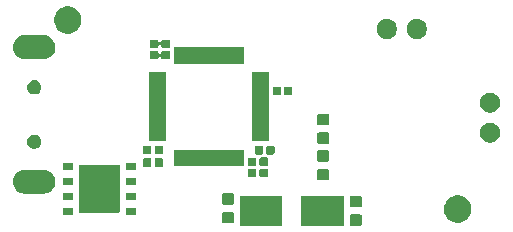
<source format=gbr>
G04 #@! TF.GenerationSoftware,KiCad,Pcbnew,5.0.2-bee76a0~70~ubuntu18.04.1*
G04 #@! TF.CreationDate,2020-06-29T01:54:23-07:00*
G04 #@! TF.ProjectId,qrng,71726e67-2e6b-4696-9361-645f70636258,1*
G04 #@! TF.SameCoordinates,Original*
G04 #@! TF.FileFunction,Soldermask,Top*
G04 #@! TF.FilePolarity,Negative*
%FSLAX46Y46*%
G04 Gerber Fmt 4.6, Leading zero omitted, Abs format (unit mm)*
G04 Created by KiCad (PCBNEW 5.0.2-bee76a0~70~ubuntu18.04.1) date Mon 29 Jun 2020 01:54:23 AM MST*
%MOMM*%
%LPD*%
G01*
G04 APERTURE LIST*
%ADD10C,0.100000*%
G04 APERTURE END LIST*
D10*
G36*
X153269591Y-108460585D02*
X153303569Y-108470893D01*
X153334887Y-108487633D01*
X153362339Y-108510161D01*
X153384867Y-108537613D01*
X153401607Y-108568931D01*
X153411915Y-108602909D01*
X153416000Y-108644390D01*
X153416000Y-109245610D01*
X153411915Y-109287091D01*
X153401607Y-109321069D01*
X153384867Y-109352387D01*
X153362339Y-109379839D01*
X153334887Y-109402367D01*
X153303569Y-109419107D01*
X153269591Y-109429415D01*
X153228110Y-109433500D01*
X152551890Y-109433500D01*
X152510409Y-109429415D01*
X152476431Y-109419107D01*
X152445113Y-109402367D01*
X152417661Y-109379839D01*
X152395133Y-109352387D01*
X152378393Y-109321069D01*
X152368085Y-109287091D01*
X152364000Y-109245610D01*
X152364000Y-108644390D01*
X152368085Y-108602909D01*
X152378393Y-108568931D01*
X152395133Y-108537613D01*
X152417661Y-108510161D01*
X152445113Y-108487633D01*
X152476431Y-108470893D01*
X152510409Y-108460585D01*
X152551890Y-108456500D01*
X153228110Y-108456500D01*
X153269591Y-108460585D01*
X153269591Y-108460585D01*
G37*
G36*
X151871000Y-109431000D02*
X148269000Y-109431000D01*
X148269000Y-106929000D01*
X151871000Y-106929000D01*
X151871000Y-109431000D01*
X151871000Y-109431000D01*
G37*
G36*
X146671000Y-109431000D02*
X143069000Y-109431000D01*
X143069000Y-106929000D01*
X146671000Y-106929000D01*
X146671000Y-109431000D01*
X146671000Y-109431000D01*
G37*
G36*
X142429591Y-108253085D02*
X142463569Y-108263393D01*
X142494887Y-108280133D01*
X142522339Y-108302661D01*
X142544867Y-108330113D01*
X142561607Y-108361431D01*
X142571915Y-108395409D01*
X142576000Y-108436890D01*
X142576000Y-109038110D01*
X142571915Y-109079591D01*
X142561607Y-109113569D01*
X142544867Y-109144887D01*
X142522339Y-109172339D01*
X142494887Y-109194867D01*
X142463569Y-109211607D01*
X142429591Y-109221915D01*
X142388110Y-109226000D01*
X141711890Y-109226000D01*
X141670409Y-109221915D01*
X141636431Y-109211607D01*
X141605113Y-109194867D01*
X141577661Y-109172339D01*
X141555133Y-109144887D01*
X141538393Y-109113569D01*
X141528085Y-109079591D01*
X141524000Y-109038110D01*
X141524000Y-108436890D01*
X141528085Y-108395409D01*
X141538393Y-108361431D01*
X141555133Y-108330113D01*
X141577661Y-108302661D01*
X141605113Y-108280133D01*
X141636431Y-108263393D01*
X141670409Y-108253085D01*
X141711890Y-108249000D01*
X142388110Y-108249000D01*
X142429591Y-108253085D01*
X142429591Y-108253085D01*
G37*
G36*
X161835734Y-106893232D02*
X162045202Y-106979996D01*
X162233723Y-107105962D01*
X162394038Y-107266277D01*
X162520004Y-107454798D01*
X162606768Y-107664266D01*
X162651000Y-107886635D01*
X162651000Y-108113365D01*
X162606768Y-108335734D01*
X162520004Y-108545202D01*
X162394038Y-108733723D01*
X162233723Y-108894038D01*
X162045202Y-109020004D01*
X161835734Y-109106768D01*
X161613365Y-109151000D01*
X161386635Y-109151000D01*
X161164266Y-109106768D01*
X160954798Y-109020004D01*
X160766277Y-108894038D01*
X160605962Y-108733723D01*
X160479996Y-108545202D01*
X160393232Y-108335734D01*
X160349000Y-108113365D01*
X160349000Y-107886635D01*
X160393232Y-107664266D01*
X160479996Y-107454798D01*
X160605962Y-107266277D01*
X160766277Y-107105962D01*
X160954798Y-106979996D01*
X161164266Y-106893232D01*
X161386635Y-106849000D01*
X161613365Y-106849000D01*
X161835734Y-106893232D01*
X161835734Y-106893232D01*
G37*
G36*
X134200048Y-107896284D02*
X134216446Y-107901258D01*
X134231552Y-107909333D01*
X134244797Y-107920203D01*
X134255667Y-107933448D01*
X134263742Y-107948554D01*
X134268716Y-107964952D01*
X134271000Y-107988141D01*
X134271000Y-108401859D01*
X134268716Y-108425048D01*
X134263742Y-108441446D01*
X134255667Y-108456552D01*
X134244797Y-108469797D01*
X134231552Y-108480667D01*
X134216446Y-108488742D01*
X134200048Y-108493716D01*
X134176859Y-108496000D01*
X133488141Y-108496000D01*
X133464952Y-108493716D01*
X133448554Y-108488742D01*
X133433448Y-108480667D01*
X133420203Y-108469797D01*
X133409333Y-108456552D01*
X133401258Y-108441446D01*
X133396284Y-108425048D01*
X133394000Y-108401859D01*
X133394000Y-107988141D01*
X133396284Y-107964952D01*
X133401258Y-107948554D01*
X133409333Y-107933448D01*
X133420203Y-107920203D01*
X133433448Y-107909333D01*
X133448554Y-107901258D01*
X133464952Y-107896284D01*
X133488141Y-107894000D01*
X134176859Y-107894000D01*
X134200048Y-107896284D01*
X134200048Y-107896284D01*
G37*
G36*
X128875048Y-107896284D02*
X128891446Y-107901258D01*
X128906552Y-107909333D01*
X128919797Y-107920203D01*
X128930667Y-107933448D01*
X128938742Y-107948554D01*
X128943716Y-107964952D01*
X128946000Y-107988141D01*
X128946000Y-108401859D01*
X128943716Y-108425048D01*
X128938742Y-108441446D01*
X128930667Y-108456552D01*
X128919797Y-108469797D01*
X128906552Y-108480667D01*
X128891446Y-108488742D01*
X128875048Y-108493716D01*
X128851859Y-108496000D01*
X128163141Y-108496000D01*
X128139952Y-108493716D01*
X128123554Y-108488742D01*
X128108448Y-108480667D01*
X128095203Y-108469797D01*
X128084333Y-108456552D01*
X128076258Y-108441446D01*
X128071284Y-108425048D01*
X128069000Y-108401859D01*
X128069000Y-107988141D01*
X128071284Y-107964952D01*
X128076258Y-107948554D01*
X128084333Y-107933448D01*
X128095203Y-107920203D01*
X128108448Y-107909333D01*
X128123554Y-107901258D01*
X128139952Y-107896284D01*
X128163141Y-107894000D01*
X128851859Y-107894000D01*
X128875048Y-107896284D01*
X128875048Y-107896284D01*
G37*
G36*
X132799436Y-104242492D02*
X132827629Y-104251044D01*
X132853607Y-104264930D01*
X132876381Y-104283619D01*
X132895070Y-104306393D01*
X132908956Y-104332371D01*
X132917508Y-104360564D01*
X132921000Y-104396020D01*
X132921000Y-108183980D01*
X132917508Y-108219436D01*
X132908956Y-108247629D01*
X132895070Y-108273607D01*
X132876381Y-108296381D01*
X132853607Y-108315070D01*
X132827629Y-108328956D01*
X132799436Y-108337508D01*
X132763980Y-108341000D01*
X129576020Y-108341000D01*
X129540564Y-108337508D01*
X129512371Y-108328956D01*
X129486393Y-108315070D01*
X129463619Y-108296381D01*
X129444930Y-108273607D01*
X129431044Y-108247629D01*
X129422492Y-108219436D01*
X129419000Y-108183980D01*
X129419000Y-104396020D01*
X129422492Y-104360564D01*
X129431044Y-104332371D01*
X129444930Y-104306393D01*
X129463619Y-104283619D01*
X129486393Y-104264930D01*
X129512371Y-104251044D01*
X129540564Y-104242492D01*
X129576020Y-104239000D01*
X132763980Y-104239000D01*
X132799436Y-104242492D01*
X132799436Y-104242492D01*
G37*
G36*
X153269591Y-106885585D02*
X153303569Y-106895893D01*
X153334887Y-106912633D01*
X153362339Y-106935161D01*
X153384867Y-106962613D01*
X153401607Y-106993931D01*
X153411915Y-107027909D01*
X153416000Y-107069390D01*
X153416000Y-107670610D01*
X153411915Y-107712091D01*
X153401607Y-107746069D01*
X153384867Y-107777387D01*
X153362339Y-107804839D01*
X153334887Y-107827367D01*
X153303569Y-107844107D01*
X153269591Y-107854415D01*
X153228110Y-107858500D01*
X152551890Y-107858500D01*
X152510409Y-107854415D01*
X152476431Y-107844107D01*
X152445113Y-107827367D01*
X152417661Y-107804839D01*
X152395133Y-107777387D01*
X152378393Y-107746069D01*
X152368085Y-107712091D01*
X152364000Y-107670610D01*
X152364000Y-107069390D01*
X152368085Y-107027909D01*
X152378393Y-106993931D01*
X152395133Y-106962613D01*
X152417661Y-106935161D01*
X152445113Y-106912633D01*
X152476431Y-106895893D01*
X152510409Y-106885585D01*
X152551890Y-106881500D01*
X153228110Y-106881500D01*
X153269591Y-106885585D01*
X153269591Y-106885585D01*
G37*
G36*
X142429591Y-106678085D02*
X142463569Y-106688393D01*
X142494887Y-106705133D01*
X142522339Y-106727661D01*
X142544867Y-106755113D01*
X142561607Y-106786431D01*
X142571915Y-106820409D01*
X142576000Y-106861890D01*
X142576000Y-107463110D01*
X142571915Y-107504591D01*
X142561607Y-107538569D01*
X142544867Y-107569887D01*
X142522339Y-107597339D01*
X142494887Y-107619867D01*
X142463569Y-107636607D01*
X142429591Y-107646915D01*
X142388110Y-107651000D01*
X141711890Y-107651000D01*
X141670409Y-107646915D01*
X141636431Y-107636607D01*
X141605113Y-107619867D01*
X141577661Y-107597339D01*
X141555133Y-107569887D01*
X141538393Y-107538569D01*
X141528085Y-107504591D01*
X141524000Y-107463110D01*
X141524000Y-106861890D01*
X141528085Y-106820409D01*
X141538393Y-106786431D01*
X141555133Y-106755113D01*
X141577661Y-106727661D01*
X141605113Y-106705133D01*
X141636431Y-106688393D01*
X141670409Y-106678085D01*
X141711890Y-106674000D01*
X142388110Y-106674000D01*
X142429591Y-106678085D01*
X142429591Y-106678085D01*
G37*
G36*
X134200048Y-106626284D02*
X134216446Y-106631258D01*
X134231552Y-106639333D01*
X134244797Y-106650203D01*
X134255667Y-106663448D01*
X134263742Y-106678554D01*
X134268716Y-106694952D01*
X134271000Y-106718141D01*
X134271000Y-107131859D01*
X134268716Y-107155048D01*
X134263742Y-107171446D01*
X134255667Y-107186552D01*
X134244797Y-107199797D01*
X134231552Y-107210667D01*
X134216446Y-107218742D01*
X134200048Y-107223716D01*
X134176859Y-107226000D01*
X133488141Y-107226000D01*
X133464952Y-107223716D01*
X133448554Y-107218742D01*
X133433448Y-107210667D01*
X133420203Y-107199797D01*
X133409333Y-107186552D01*
X133401258Y-107171446D01*
X133396284Y-107155048D01*
X133394000Y-107131859D01*
X133394000Y-106718141D01*
X133396284Y-106694952D01*
X133401258Y-106678554D01*
X133409333Y-106663448D01*
X133420203Y-106650203D01*
X133433448Y-106639333D01*
X133448554Y-106631258D01*
X133464952Y-106626284D01*
X133488141Y-106624000D01*
X134176859Y-106624000D01*
X134200048Y-106626284D01*
X134200048Y-106626284D01*
G37*
G36*
X128875048Y-106626284D02*
X128891446Y-106631258D01*
X128906552Y-106639333D01*
X128919797Y-106650203D01*
X128930667Y-106663448D01*
X128938742Y-106678554D01*
X128943716Y-106694952D01*
X128946000Y-106718141D01*
X128946000Y-107131859D01*
X128943716Y-107155048D01*
X128938742Y-107171446D01*
X128930667Y-107186552D01*
X128919797Y-107199797D01*
X128906552Y-107210667D01*
X128891446Y-107218742D01*
X128875048Y-107223716D01*
X128851859Y-107226000D01*
X128163141Y-107226000D01*
X128139952Y-107223716D01*
X128123554Y-107218742D01*
X128108448Y-107210667D01*
X128095203Y-107199797D01*
X128084333Y-107186552D01*
X128076258Y-107171446D01*
X128071284Y-107155048D01*
X128069000Y-107131859D01*
X128069000Y-106718141D01*
X128071284Y-106694952D01*
X128076258Y-106678554D01*
X128084333Y-106663448D01*
X128095203Y-106650203D01*
X128108448Y-106639333D01*
X128123554Y-106631258D01*
X128139952Y-106626284D01*
X128163141Y-106624000D01*
X128851859Y-106624000D01*
X128875048Y-106626284D01*
X128875048Y-106626284D01*
G37*
G36*
X126646232Y-104713483D02*
X126834919Y-104770721D01*
X127008817Y-104863671D01*
X127161239Y-104988761D01*
X127286329Y-105141183D01*
X127379279Y-105315081D01*
X127436517Y-105503768D01*
X127455843Y-105700000D01*
X127436517Y-105896232D01*
X127379279Y-106084919D01*
X127286329Y-106258817D01*
X127161239Y-106411239D01*
X127008817Y-106536329D01*
X126834919Y-106629279D01*
X126646232Y-106686517D01*
X126499176Y-106701000D01*
X124800824Y-106701000D01*
X124653768Y-106686517D01*
X124465081Y-106629279D01*
X124291183Y-106536329D01*
X124138761Y-106411239D01*
X124013671Y-106258817D01*
X123920721Y-106084919D01*
X123863483Y-105896232D01*
X123844157Y-105700000D01*
X123863483Y-105503768D01*
X123920721Y-105315081D01*
X124013671Y-105141183D01*
X124138761Y-104988761D01*
X124291183Y-104863671D01*
X124465081Y-104770721D01*
X124653768Y-104713483D01*
X124800824Y-104699000D01*
X126499176Y-104699000D01*
X126646232Y-104713483D01*
X126646232Y-104713483D01*
G37*
G36*
X128875048Y-105356284D02*
X128891446Y-105361258D01*
X128906552Y-105369333D01*
X128919797Y-105380203D01*
X128930667Y-105393448D01*
X128938742Y-105408554D01*
X128943716Y-105424952D01*
X128946000Y-105448141D01*
X128946000Y-105861859D01*
X128943716Y-105885048D01*
X128938742Y-105901446D01*
X128930667Y-105916552D01*
X128919797Y-105929797D01*
X128906552Y-105940667D01*
X128891446Y-105948742D01*
X128875048Y-105953716D01*
X128851859Y-105956000D01*
X128163141Y-105956000D01*
X128139952Y-105953716D01*
X128123554Y-105948742D01*
X128108448Y-105940667D01*
X128095203Y-105929797D01*
X128084333Y-105916552D01*
X128076258Y-105901446D01*
X128071284Y-105885048D01*
X128069000Y-105861859D01*
X128069000Y-105448141D01*
X128071284Y-105424952D01*
X128076258Y-105408554D01*
X128084333Y-105393448D01*
X128095203Y-105380203D01*
X128108448Y-105369333D01*
X128123554Y-105361258D01*
X128139952Y-105356284D01*
X128163141Y-105354000D01*
X128851859Y-105354000D01*
X128875048Y-105356284D01*
X128875048Y-105356284D01*
G37*
G36*
X134200048Y-105356284D02*
X134216446Y-105361258D01*
X134231552Y-105369333D01*
X134244797Y-105380203D01*
X134255667Y-105393448D01*
X134263742Y-105408554D01*
X134268716Y-105424952D01*
X134271000Y-105448141D01*
X134271000Y-105861859D01*
X134268716Y-105885048D01*
X134263742Y-105901446D01*
X134255667Y-105916552D01*
X134244797Y-105929797D01*
X134231552Y-105940667D01*
X134216446Y-105948742D01*
X134200048Y-105953716D01*
X134176859Y-105956000D01*
X133488141Y-105956000D01*
X133464952Y-105953716D01*
X133448554Y-105948742D01*
X133433448Y-105940667D01*
X133420203Y-105929797D01*
X133409333Y-105916552D01*
X133401258Y-105901446D01*
X133396284Y-105885048D01*
X133394000Y-105861859D01*
X133394000Y-105448141D01*
X133396284Y-105424952D01*
X133401258Y-105408554D01*
X133409333Y-105393448D01*
X133420203Y-105380203D01*
X133433448Y-105369333D01*
X133448554Y-105361258D01*
X133464952Y-105356284D01*
X133488141Y-105354000D01*
X134176859Y-105354000D01*
X134200048Y-105356284D01*
X134200048Y-105356284D01*
G37*
G36*
X150499591Y-104613085D02*
X150533569Y-104623393D01*
X150564887Y-104640133D01*
X150592339Y-104662661D01*
X150614867Y-104690113D01*
X150631607Y-104721431D01*
X150641915Y-104755409D01*
X150646000Y-104796890D01*
X150646000Y-105398110D01*
X150641915Y-105439591D01*
X150631607Y-105473569D01*
X150614867Y-105504887D01*
X150592339Y-105532339D01*
X150564887Y-105554867D01*
X150533569Y-105571607D01*
X150499591Y-105581915D01*
X150458110Y-105586000D01*
X149781890Y-105586000D01*
X149740409Y-105581915D01*
X149706431Y-105571607D01*
X149675113Y-105554867D01*
X149647661Y-105532339D01*
X149625133Y-105504887D01*
X149608393Y-105473569D01*
X149598085Y-105439591D01*
X149594000Y-105398110D01*
X149594000Y-104796890D01*
X149598085Y-104755409D01*
X149608393Y-104721431D01*
X149625133Y-104690113D01*
X149647661Y-104662661D01*
X149675113Y-104640133D01*
X149706431Y-104623393D01*
X149740409Y-104613085D01*
X149781890Y-104609000D01*
X150458110Y-104609000D01*
X150499591Y-104613085D01*
X150499591Y-104613085D01*
G37*
G36*
X144381938Y-104616716D02*
X144402556Y-104622970D01*
X144421556Y-104633126D01*
X144438208Y-104646792D01*
X144451874Y-104663444D01*
X144462030Y-104682444D01*
X144468284Y-104703062D01*
X144471000Y-104730640D01*
X144471000Y-105189360D01*
X144468284Y-105216938D01*
X144462030Y-105237556D01*
X144451874Y-105256556D01*
X144438208Y-105273208D01*
X144421556Y-105286874D01*
X144402556Y-105297030D01*
X144381938Y-105303284D01*
X144354360Y-105306000D01*
X143845640Y-105306000D01*
X143818062Y-105303284D01*
X143797444Y-105297030D01*
X143778444Y-105286874D01*
X143761792Y-105273208D01*
X143748126Y-105256556D01*
X143737970Y-105237556D01*
X143731716Y-105216938D01*
X143729000Y-105189360D01*
X143729000Y-104730640D01*
X143731716Y-104703062D01*
X143737970Y-104682444D01*
X143748126Y-104663444D01*
X143761792Y-104646792D01*
X143778444Y-104633126D01*
X143797444Y-104622970D01*
X143818062Y-104616716D01*
X143845640Y-104614000D01*
X144354360Y-104614000D01*
X144381938Y-104616716D01*
X144381938Y-104616716D01*
G37*
G36*
X145381938Y-104611716D02*
X145402556Y-104617970D01*
X145421556Y-104628126D01*
X145438208Y-104641792D01*
X145451874Y-104658444D01*
X145462030Y-104677444D01*
X145468284Y-104698062D01*
X145471000Y-104725640D01*
X145471000Y-105184360D01*
X145468284Y-105211938D01*
X145462030Y-105232556D01*
X145451874Y-105251556D01*
X145438208Y-105268208D01*
X145421556Y-105281874D01*
X145402556Y-105292030D01*
X145381938Y-105298284D01*
X145354360Y-105301000D01*
X144845640Y-105301000D01*
X144818062Y-105298284D01*
X144797444Y-105292030D01*
X144778444Y-105281874D01*
X144761792Y-105268208D01*
X144748126Y-105251556D01*
X144737970Y-105232556D01*
X144731716Y-105211938D01*
X144729000Y-105184360D01*
X144729000Y-104725640D01*
X144731716Y-104698062D01*
X144737970Y-104677444D01*
X144748126Y-104658444D01*
X144761792Y-104641792D01*
X144778444Y-104628126D01*
X144797444Y-104617970D01*
X144818062Y-104611716D01*
X144845640Y-104609000D01*
X145354360Y-104609000D01*
X145381938Y-104611716D01*
X145381938Y-104611716D01*
G37*
G36*
X134200048Y-104086284D02*
X134216446Y-104091258D01*
X134231552Y-104099333D01*
X134244797Y-104110203D01*
X134255667Y-104123448D01*
X134263742Y-104138554D01*
X134268716Y-104154952D01*
X134271000Y-104178141D01*
X134271000Y-104591859D01*
X134268716Y-104615048D01*
X134263742Y-104631446D01*
X134255667Y-104646552D01*
X134244797Y-104659797D01*
X134231552Y-104670667D01*
X134216446Y-104678742D01*
X134200048Y-104683716D01*
X134176859Y-104686000D01*
X133488141Y-104686000D01*
X133464952Y-104683716D01*
X133448554Y-104678742D01*
X133433448Y-104670667D01*
X133420203Y-104659797D01*
X133409333Y-104646552D01*
X133401258Y-104631446D01*
X133396284Y-104615048D01*
X133394000Y-104591859D01*
X133394000Y-104178141D01*
X133396284Y-104154952D01*
X133401258Y-104138554D01*
X133409333Y-104123448D01*
X133420203Y-104110203D01*
X133433448Y-104099333D01*
X133448554Y-104091258D01*
X133464952Y-104086284D01*
X133488141Y-104084000D01*
X134176859Y-104084000D01*
X134200048Y-104086284D01*
X134200048Y-104086284D01*
G37*
G36*
X128875048Y-104086284D02*
X128891446Y-104091258D01*
X128906552Y-104099333D01*
X128919797Y-104110203D01*
X128930667Y-104123448D01*
X128938742Y-104138554D01*
X128943716Y-104154952D01*
X128946000Y-104178141D01*
X128946000Y-104591859D01*
X128943716Y-104615048D01*
X128938742Y-104631446D01*
X128930667Y-104646552D01*
X128919797Y-104659797D01*
X128906552Y-104670667D01*
X128891446Y-104678742D01*
X128875048Y-104683716D01*
X128851859Y-104686000D01*
X128163141Y-104686000D01*
X128139952Y-104683716D01*
X128123554Y-104678742D01*
X128108448Y-104670667D01*
X128095203Y-104659797D01*
X128084333Y-104646552D01*
X128076258Y-104631446D01*
X128071284Y-104615048D01*
X128069000Y-104591859D01*
X128069000Y-104178141D01*
X128071284Y-104154952D01*
X128076258Y-104138554D01*
X128084333Y-104123448D01*
X128095203Y-104110203D01*
X128108448Y-104099333D01*
X128123554Y-104091258D01*
X128139952Y-104086284D01*
X128163141Y-104084000D01*
X128851859Y-104084000D01*
X128875048Y-104086284D01*
X128875048Y-104086284D01*
G37*
G36*
X136461938Y-103701716D02*
X136482556Y-103707970D01*
X136501556Y-103718126D01*
X136518208Y-103731792D01*
X136531874Y-103748444D01*
X136542030Y-103767444D01*
X136548284Y-103788062D01*
X136551000Y-103815640D01*
X136551000Y-104324360D01*
X136548284Y-104351938D01*
X136542030Y-104372556D01*
X136531874Y-104391556D01*
X136518208Y-104408208D01*
X136501556Y-104421874D01*
X136482556Y-104432030D01*
X136461938Y-104438284D01*
X136434360Y-104441000D01*
X135975640Y-104441000D01*
X135948062Y-104438284D01*
X135927444Y-104432030D01*
X135908444Y-104421874D01*
X135891792Y-104408208D01*
X135878126Y-104391556D01*
X135867970Y-104372556D01*
X135861716Y-104351938D01*
X135859000Y-104324360D01*
X135859000Y-103815640D01*
X135861716Y-103788062D01*
X135867970Y-103767444D01*
X135878126Y-103748444D01*
X135891792Y-103731792D01*
X135908444Y-103718126D01*
X135927444Y-103707970D01*
X135948062Y-103701716D01*
X135975640Y-103699000D01*
X136434360Y-103699000D01*
X136461938Y-103701716D01*
X136461938Y-103701716D01*
G37*
G36*
X135491938Y-103701716D02*
X135512556Y-103707970D01*
X135531556Y-103718126D01*
X135548208Y-103731792D01*
X135561874Y-103748444D01*
X135572030Y-103767444D01*
X135578284Y-103788062D01*
X135581000Y-103815640D01*
X135581000Y-104324360D01*
X135578284Y-104351938D01*
X135572030Y-104372556D01*
X135561874Y-104391556D01*
X135548208Y-104408208D01*
X135531556Y-104421874D01*
X135512556Y-104432030D01*
X135491938Y-104438284D01*
X135464360Y-104441000D01*
X135005640Y-104441000D01*
X134978062Y-104438284D01*
X134957444Y-104432030D01*
X134938444Y-104421874D01*
X134921792Y-104408208D01*
X134908126Y-104391556D01*
X134897970Y-104372556D01*
X134891716Y-104351938D01*
X134889000Y-104324360D01*
X134889000Y-103815640D01*
X134891716Y-103788062D01*
X134897970Y-103767444D01*
X134908126Y-103748444D01*
X134921792Y-103731792D01*
X134938444Y-103718126D01*
X134957444Y-103707970D01*
X134978062Y-103701716D01*
X135005640Y-103699000D01*
X135464360Y-103699000D01*
X135491938Y-103701716D01*
X135491938Y-103701716D01*
G37*
G36*
X143376000Y-104401000D02*
X137524000Y-104401000D01*
X137524000Y-102999000D01*
X143376000Y-102999000D01*
X143376000Y-104401000D01*
X143376000Y-104401000D01*
G37*
G36*
X144381938Y-103646716D02*
X144402556Y-103652970D01*
X144421556Y-103663126D01*
X144438208Y-103676792D01*
X144451874Y-103693444D01*
X144462030Y-103712444D01*
X144468284Y-103733062D01*
X144471000Y-103760640D01*
X144471000Y-104219360D01*
X144468284Y-104246938D01*
X144462030Y-104267556D01*
X144451874Y-104286556D01*
X144438208Y-104303208D01*
X144421556Y-104316874D01*
X144402556Y-104327030D01*
X144381938Y-104333284D01*
X144354360Y-104336000D01*
X143845640Y-104336000D01*
X143818062Y-104333284D01*
X143797444Y-104327030D01*
X143778444Y-104316874D01*
X143761792Y-104303208D01*
X143748126Y-104286556D01*
X143737970Y-104267556D01*
X143731716Y-104246938D01*
X143729000Y-104219360D01*
X143729000Y-103760640D01*
X143731716Y-103733062D01*
X143737970Y-103712444D01*
X143748126Y-103693444D01*
X143761792Y-103676792D01*
X143778444Y-103663126D01*
X143797444Y-103652970D01*
X143818062Y-103646716D01*
X143845640Y-103644000D01*
X144354360Y-103644000D01*
X144381938Y-103646716D01*
X144381938Y-103646716D01*
G37*
G36*
X144881882Y-103624240D02*
X144904521Y-103633618D01*
X144928555Y-103638398D01*
X144940807Y-103639000D01*
X145354360Y-103639000D01*
X145381938Y-103641716D01*
X145402556Y-103647970D01*
X145421556Y-103658126D01*
X145438208Y-103671792D01*
X145451874Y-103688444D01*
X145462030Y-103707444D01*
X145468284Y-103728062D01*
X145471000Y-103755640D01*
X145471000Y-104214360D01*
X145468284Y-104241938D01*
X145462030Y-104262556D01*
X145451874Y-104281556D01*
X145438208Y-104298208D01*
X145421556Y-104311874D01*
X145402556Y-104322030D01*
X145381938Y-104328284D01*
X145354360Y-104331000D01*
X144845640Y-104331000D01*
X144818062Y-104328284D01*
X144797444Y-104322030D01*
X144778444Y-104311874D01*
X144761792Y-104298208D01*
X144748126Y-104281556D01*
X144737970Y-104262556D01*
X144731716Y-104241938D01*
X144729000Y-104214360D01*
X144729000Y-103755640D01*
X144731716Y-103728062D01*
X144737970Y-103707444D01*
X144748126Y-103688444D01*
X144761792Y-103671792D01*
X144778444Y-103658126D01*
X144797444Y-103647970D01*
X144818062Y-103641716D01*
X144831445Y-103640398D01*
X144855478Y-103635618D01*
X144878117Y-103626240D01*
X144881496Y-103623982D01*
X144881882Y-103624240D01*
X144881882Y-103624240D01*
G37*
G36*
X150499591Y-103038085D02*
X150533569Y-103048393D01*
X150564887Y-103065133D01*
X150592339Y-103087661D01*
X150614867Y-103115113D01*
X150631607Y-103146431D01*
X150641915Y-103180409D01*
X150646000Y-103221890D01*
X150646000Y-103823110D01*
X150641915Y-103864591D01*
X150631607Y-103898569D01*
X150614867Y-103929887D01*
X150592339Y-103957339D01*
X150564887Y-103979867D01*
X150533569Y-103996607D01*
X150499591Y-104006915D01*
X150458110Y-104011000D01*
X149781890Y-104011000D01*
X149740409Y-104006915D01*
X149706431Y-103996607D01*
X149675113Y-103979867D01*
X149647661Y-103957339D01*
X149625133Y-103929887D01*
X149608393Y-103898569D01*
X149598085Y-103864591D01*
X149594000Y-103823110D01*
X149594000Y-103221890D01*
X149598085Y-103180409D01*
X149608393Y-103146431D01*
X149625133Y-103115113D01*
X149647661Y-103087661D01*
X149675113Y-103065133D01*
X149706431Y-103048393D01*
X149740409Y-103038085D01*
X149781890Y-103034000D01*
X150458110Y-103034000D01*
X150499591Y-103038085D01*
X150499591Y-103038085D01*
G37*
G36*
X144941938Y-102651716D02*
X144962556Y-102657970D01*
X144981556Y-102668126D01*
X144998208Y-102681792D01*
X145011874Y-102698444D01*
X145022030Y-102717444D01*
X145028284Y-102738062D01*
X145031000Y-102765640D01*
X145031000Y-103274360D01*
X145028284Y-103301938D01*
X145022030Y-103322556D01*
X145011874Y-103341556D01*
X144998208Y-103358208D01*
X144981556Y-103371874D01*
X144962556Y-103382030D01*
X144941938Y-103388284D01*
X144928555Y-103389602D01*
X144904522Y-103394382D01*
X144881883Y-103403760D01*
X144878504Y-103406018D01*
X144878118Y-103405760D01*
X144855479Y-103396382D01*
X144831445Y-103391602D01*
X144819193Y-103391000D01*
X144455640Y-103391000D01*
X144428062Y-103388284D01*
X144407444Y-103382030D01*
X144388444Y-103371874D01*
X144371792Y-103358208D01*
X144358126Y-103341556D01*
X144347970Y-103322556D01*
X144341716Y-103301938D01*
X144339000Y-103274360D01*
X144339000Y-102765640D01*
X144341716Y-102738062D01*
X144347970Y-102717444D01*
X144358126Y-102698444D01*
X144371792Y-102681792D01*
X144388444Y-102668126D01*
X144407444Y-102657970D01*
X144428062Y-102651716D01*
X144455640Y-102649000D01*
X144914360Y-102649000D01*
X144941938Y-102651716D01*
X144941938Y-102651716D01*
G37*
G36*
X145911938Y-102651716D02*
X145932556Y-102657970D01*
X145951556Y-102668126D01*
X145968208Y-102681792D01*
X145981874Y-102698444D01*
X145992030Y-102717444D01*
X145998284Y-102738062D01*
X146001000Y-102765640D01*
X146001000Y-103274360D01*
X145998284Y-103301938D01*
X145992030Y-103322556D01*
X145981874Y-103341556D01*
X145968208Y-103358208D01*
X145951556Y-103371874D01*
X145932556Y-103382030D01*
X145911938Y-103388284D01*
X145884360Y-103391000D01*
X145425640Y-103391000D01*
X145398062Y-103388284D01*
X145377444Y-103382030D01*
X145358444Y-103371874D01*
X145341792Y-103358208D01*
X145328126Y-103341556D01*
X145317970Y-103322556D01*
X145311716Y-103301938D01*
X145309000Y-103274360D01*
X145309000Y-102765640D01*
X145311716Y-102738062D01*
X145317970Y-102717444D01*
X145328126Y-102698444D01*
X145341792Y-102681792D01*
X145358444Y-102668126D01*
X145377444Y-102657970D01*
X145398062Y-102651716D01*
X145425640Y-102649000D01*
X145884360Y-102649000D01*
X145911938Y-102651716D01*
X145911938Y-102651716D01*
G37*
G36*
X135491938Y-102641716D02*
X135512556Y-102647970D01*
X135531556Y-102658126D01*
X135548208Y-102671792D01*
X135561874Y-102688444D01*
X135572030Y-102707444D01*
X135578284Y-102728062D01*
X135581000Y-102755640D01*
X135581000Y-103264360D01*
X135578284Y-103291938D01*
X135572030Y-103312556D01*
X135561874Y-103331556D01*
X135548208Y-103348208D01*
X135531556Y-103361874D01*
X135512556Y-103372030D01*
X135491938Y-103378284D01*
X135464360Y-103381000D01*
X135005640Y-103381000D01*
X134978062Y-103378284D01*
X134957444Y-103372030D01*
X134938444Y-103361874D01*
X134921792Y-103348208D01*
X134908126Y-103331556D01*
X134897970Y-103312556D01*
X134891716Y-103291938D01*
X134889000Y-103264360D01*
X134889000Y-102755640D01*
X134891716Y-102728062D01*
X134897970Y-102707444D01*
X134908126Y-102688444D01*
X134921792Y-102671792D01*
X134938444Y-102658126D01*
X134957444Y-102647970D01*
X134978062Y-102641716D01*
X135005640Y-102639000D01*
X135464360Y-102639000D01*
X135491938Y-102641716D01*
X135491938Y-102641716D01*
G37*
G36*
X136461938Y-102641716D02*
X136482556Y-102647970D01*
X136501556Y-102658126D01*
X136518208Y-102671792D01*
X136531874Y-102688444D01*
X136542030Y-102707444D01*
X136548284Y-102728062D01*
X136551000Y-102755640D01*
X136551000Y-103264360D01*
X136548284Y-103291938D01*
X136542030Y-103312556D01*
X136531874Y-103331556D01*
X136518208Y-103348208D01*
X136501556Y-103361874D01*
X136482556Y-103372030D01*
X136461938Y-103378284D01*
X136434360Y-103381000D01*
X135975640Y-103381000D01*
X135948062Y-103378284D01*
X135927444Y-103372030D01*
X135908444Y-103361874D01*
X135891792Y-103348208D01*
X135878126Y-103331556D01*
X135867970Y-103312556D01*
X135861716Y-103291938D01*
X135859000Y-103264360D01*
X135859000Y-102755640D01*
X135861716Y-102728062D01*
X135867970Y-102707444D01*
X135878126Y-102688444D01*
X135891792Y-102671792D01*
X135908444Y-102658126D01*
X135927444Y-102647970D01*
X135948062Y-102641716D01*
X135975640Y-102639000D01*
X136434360Y-102639000D01*
X136461938Y-102641716D01*
X136461938Y-102641716D01*
G37*
G36*
X125825305Y-101722096D02*
X125934680Y-101767400D01*
X126033118Y-101833175D01*
X126116825Y-101916882D01*
X126182600Y-102015320D01*
X126227904Y-102124695D01*
X126251000Y-102240806D01*
X126251000Y-102359194D01*
X126227904Y-102475305D01*
X126182600Y-102584680D01*
X126116825Y-102683118D01*
X126033118Y-102766825D01*
X125934680Y-102832600D01*
X125825305Y-102877904D01*
X125709194Y-102901000D01*
X125590806Y-102901000D01*
X125474695Y-102877904D01*
X125365320Y-102832600D01*
X125266882Y-102766825D01*
X125183175Y-102683118D01*
X125117400Y-102584680D01*
X125072096Y-102475305D01*
X125049000Y-102359194D01*
X125049000Y-102240806D01*
X125072096Y-102124695D01*
X125117400Y-102015320D01*
X125183175Y-101916882D01*
X125266882Y-101833175D01*
X125365320Y-101767400D01*
X125474695Y-101722096D01*
X125590806Y-101699000D01*
X125709194Y-101699000D01*
X125825305Y-101722096D01*
X125825305Y-101722096D01*
G37*
G36*
X150499591Y-101523085D02*
X150533569Y-101533393D01*
X150564887Y-101550133D01*
X150592339Y-101572661D01*
X150614867Y-101600113D01*
X150631607Y-101631431D01*
X150641915Y-101665409D01*
X150646000Y-101706890D01*
X150646000Y-102308110D01*
X150641915Y-102349591D01*
X150631607Y-102383569D01*
X150614867Y-102414887D01*
X150592339Y-102442339D01*
X150564887Y-102464867D01*
X150533569Y-102481607D01*
X150499591Y-102491915D01*
X150458110Y-102496000D01*
X149781890Y-102496000D01*
X149740409Y-102491915D01*
X149706431Y-102481607D01*
X149675113Y-102464867D01*
X149647661Y-102442339D01*
X149625133Y-102414887D01*
X149608393Y-102383569D01*
X149598085Y-102349591D01*
X149594000Y-102308110D01*
X149594000Y-101706890D01*
X149598085Y-101665409D01*
X149608393Y-101631431D01*
X149625133Y-101600113D01*
X149647661Y-101572661D01*
X149675113Y-101550133D01*
X149706431Y-101533393D01*
X149740409Y-101523085D01*
X149781890Y-101519000D01*
X150458110Y-101519000D01*
X150499591Y-101523085D01*
X150499591Y-101523085D01*
G37*
G36*
X164498228Y-100721703D02*
X164653100Y-100785853D01*
X164792481Y-100878985D01*
X164911015Y-100997519D01*
X165004147Y-101136900D01*
X165068297Y-101291772D01*
X165101000Y-101456184D01*
X165101000Y-101623816D01*
X165068297Y-101788228D01*
X165004147Y-101943100D01*
X164911015Y-102082481D01*
X164792481Y-102201015D01*
X164653100Y-102294147D01*
X164498228Y-102358297D01*
X164333816Y-102391000D01*
X164166184Y-102391000D01*
X164001772Y-102358297D01*
X163846900Y-102294147D01*
X163707519Y-102201015D01*
X163588985Y-102082481D01*
X163495853Y-101943100D01*
X163431703Y-101788228D01*
X163399000Y-101623816D01*
X163399000Y-101456184D01*
X163431703Y-101291772D01*
X163495853Y-101136900D01*
X163588985Y-100997519D01*
X163707519Y-100878985D01*
X163846900Y-100785853D01*
X164001772Y-100721703D01*
X164166184Y-100689000D01*
X164333816Y-100689000D01*
X164498228Y-100721703D01*
X164498228Y-100721703D01*
G37*
G36*
X136801000Y-102276000D02*
X135399000Y-102276000D01*
X135399000Y-96424000D01*
X136801000Y-96424000D01*
X136801000Y-102276000D01*
X136801000Y-102276000D01*
G37*
G36*
X145501000Y-102276000D02*
X144099000Y-102276000D01*
X144099000Y-96424000D01*
X145501000Y-96424000D01*
X145501000Y-102276000D01*
X145501000Y-102276000D01*
G37*
G36*
X150499591Y-99948085D02*
X150533569Y-99958393D01*
X150564887Y-99975133D01*
X150592339Y-99997661D01*
X150614867Y-100025113D01*
X150631607Y-100056431D01*
X150641915Y-100090409D01*
X150646000Y-100131890D01*
X150646000Y-100733110D01*
X150641915Y-100774591D01*
X150631607Y-100808569D01*
X150614867Y-100839887D01*
X150592339Y-100867339D01*
X150564887Y-100889867D01*
X150533569Y-100906607D01*
X150499591Y-100916915D01*
X150458110Y-100921000D01*
X149781890Y-100921000D01*
X149740409Y-100916915D01*
X149706431Y-100906607D01*
X149675113Y-100889867D01*
X149647661Y-100867339D01*
X149625133Y-100839887D01*
X149608393Y-100808569D01*
X149598085Y-100774591D01*
X149594000Y-100733110D01*
X149594000Y-100131890D01*
X149598085Y-100090409D01*
X149608393Y-100056431D01*
X149625133Y-100025113D01*
X149647661Y-99997661D01*
X149675113Y-99975133D01*
X149706431Y-99958393D01*
X149740409Y-99948085D01*
X149781890Y-99944000D01*
X150458110Y-99944000D01*
X150499591Y-99948085D01*
X150499591Y-99948085D01*
G37*
G36*
X164498228Y-98181703D02*
X164653100Y-98245853D01*
X164792481Y-98338985D01*
X164911015Y-98457519D01*
X165004147Y-98596900D01*
X165068297Y-98751772D01*
X165101000Y-98916184D01*
X165101000Y-99083816D01*
X165068297Y-99248228D01*
X165004147Y-99403100D01*
X164911015Y-99542481D01*
X164792481Y-99661015D01*
X164653100Y-99754147D01*
X164498228Y-99818297D01*
X164333816Y-99851000D01*
X164166184Y-99851000D01*
X164001772Y-99818297D01*
X163846900Y-99754147D01*
X163707519Y-99661015D01*
X163588985Y-99542481D01*
X163495853Y-99403100D01*
X163431703Y-99248228D01*
X163399000Y-99083816D01*
X163399000Y-98916184D01*
X163431703Y-98751772D01*
X163495853Y-98596900D01*
X163588985Y-98457519D01*
X163707519Y-98338985D01*
X163846900Y-98245853D01*
X164001772Y-98181703D01*
X164166184Y-98149000D01*
X164333816Y-98149000D01*
X164498228Y-98181703D01*
X164498228Y-98181703D01*
G37*
G36*
X146456938Y-97641716D02*
X146477556Y-97647970D01*
X146496556Y-97658126D01*
X146513208Y-97671792D01*
X146526874Y-97688444D01*
X146537030Y-97707444D01*
X146543284Y-97728062D01*
X146546000Y-97755640D01*
X146546000Y-98264360D01*
X146543284Y-98291938D01*
X146537030Y-98312556D01*
X146526874Y-98331556D01*
X146513208Y-98348208D01*
X146496556Y-98361874D01*
X146477556Y-98372030D01*
X146456938Y-98378284D01*
X146429360Y-98381000D01*
X145970640Y-98381000D01*
X145943062Y-98378284D01*
X145922444Y-98372030D01*
X145903444Y-98361874D01*
X145886792Y-98348208D01*
X145873126Y-98331556D01*
X145862970Y-98312556D01*
X145856716Y-98291938D01*
X145854000Y-98264360D01*
X145854000Y-97755640D01*
X145856716Y-97728062D01*
X145862970Y-97707444D01*
X145873126Y-97688444D01*
X145886792Y-97671792D01*
X145903444Y-97658126D01*
X145922444Y-97647970D01*
X145943062Y-97641716D01*
X145970640Y-97639000D01*
X146429360Y-97639000D01*
X146456938Y-97641716D01*
X146456938Y-97641716D01*
G37*
G36*
X147426938Y-97641716D02*
X147447556Y-97647970D01*
X147466556Y-97658126D01*
X147483208Y-97671792D01*
X147496874Y-97688444D01*
X147507030Y-97707444D01*
X147513284Y-97728062D01*
X147516000Y-97755640D01*
X147516000Y-98264360D01*
X147513284Y-98291938D01*
X147507030Y-98312556D01*
X147496874Y-98331556D01*
X147483208Y-98348208D01*
X147466556Y-98361874D01*
X147447556Y-98372030D01*
X147426938Y-98378284D01*
X147399360Y-98381000D01*
X146940640Y-98381000D01*
X146913062Y-98378284D01*
X146892444Y-98372030D01*
X146873444Y-98361874D01*
X146856792Y-98348208D01*
X146843126Y-98331556D01*
X146832970Y-98312556D01*
X146826716Y-98291938D01*
X146824000Y-98264360D01*
X146824000Y-97755640D01*
X146826716Y-97728062D01*
X146832970Y-97707444D01*
X146843126Y-97688444D01*
X146856792Y-97671792D01*
X146873444Y-97658126D01*
X146892444Y-97647970D01*
X146913062Y-97641716D01*
X146940640Y-97639000D01*
X147399360Y-97639000D01*
X147426938Y-97641716D01*
X147426938Y-97641716D01*
G37*
G36*
X125825305Y-97122096D02*
X125934680Y-97167400D01*
X126033118Y-97233175D01*
X126116825Y-97316882D01*
X126182600Y-97415320D01*
X126227904Y-97524695D01*
X126251000Y-97640806D01*
X126251000Y-97759194D01*
X126227904Y-97875305D01*
X126182600Y-97984680D01*
X126116825Y-98083118D01*
X126033118Y-98166825D01*
X125934680Y-98232600D01*
X125825305Y-98277904D01*
X125709194Y-98301000D01*
X125590806Y-98301000D01*
X125474695Y-98277904D01*
X125365320Y-98232600D01*
X125266882Y-98166825D01*
X125183175Y-98083118D01*
X125117400Y-97984680D01*
X125072096Y-97875305D01*
X125049000Y-97759194D01*
X125049000Y-97640806D01*
X125072096Y-97524695D01*
X125117400Y-97415320D01*
X125183175Y-97316882D01*
X125266882Y-97233175D01*
X125365320Y-97167400D01*
X125474695Y-97122096D01*
X125590806Y-97099000D01*
X125709194Y-97099000D01*
X125825305Y-97122096D01*
X125825305Y-97122096D01*
G37*
G36*
X143376000Y-95701000D02*
X137524000Y-95701000D01*
X137524000Y-94299000D01*
X143376000Y-94299000D01*
X143376000Y-95701000D01*
X143376000Y-95701000D01*
G37*
G36*
X136081938Y-94651716D02*
X136102556Y-94657970D01*
X136121556Y-94668126D01*
X136138208Y-94681792D01*
X136151874Y-94698444D01*
X136162030Y-94717444D01*
X136168284Y-94738062D01*
X136170602Y-94761599D01*
X136175382Y-94785632D01*
X136184760Y-94808271D01*
X136198373Y-94828646D01*
X136215701Y-94845973D01*
X136236075Y-94859587D01*
X136258714Y-94868964D01*
X136282747Y-94873745D01*
X136307252Y-94873745D01*
X136331285Y-94868965D01*
X136353924Y-94859587D01*
X136374299Y-94845974D01*
X136391626Y-94828646D01*
X136405240Y-94808272D01*
X136414617Y-94785633D01*
X136419398Y-94761599D01*
X136421716Y-94738062D01*
X136427970Y-94717444D01*
X136438126Y-94698444D01*
X136451792Y-94681792D01*
X136468444Y-94668126D01*
X136487444Y-94657970D01*
X136508062Y-94651716D01*
X136535640Y-94649000D01*
X137044360Y-94649000D01*
X137071938Y-94651716D01*
X137092556Y-94657970D01*
X137111556Y-94668126D01*
X137128208Y-94681792D01*
X137141874Y-94698444D01*
X137152030Y-94717444D01*
X137158284Y-94738062D01*
X137161000Y-94765640D01*
X137161000Y-95224360D01*
X137158284Y-95251938D01*
X137152030Y-95272556D01*
X137141874Y-95291556D01*
X137128208Y-95308208D01*
X137111556Y-95321874D01*
X137092556Y-95332030D01*
X137071938Y-95338284D01*
X137044360Y-95341000D01*
X136535640Y-95341000D01*
X136508062Y-95338284D01*
X136487444Y-95332030D01*
X136468444Y-95321874D01*
X136451792Y-95308208D01*
X136438126Y-95291556D01*
X136427970Y-95272556D01*
X136421716Y-95251938D01*
X136419398Y-95228401D01*
X136414618Y-95204368D01*
X136405240Y-95181729D01*
X136391627Y-95161354D01*
X136374299Y-95144027D01*
X136353925Y-95130413D01*
X136331286Y-95121036D01*
X136307253Y-95116255D01*
X136282748Y-95116255D01*
X136258715Y-95121035D01*
X136236076Y-95130413D01*
X136215701Y-95144026D01*
X136198374Y-95161354D01*
X136184760Y-95181728D01*
X136175383Y-95204367D01*
X136170602Y-95228401D01*
X136168284Y-95251938D01*
X136162030Y-95272556D01*
X136151874Y-95291556D01*
X136138208Y-95308208D01*
X136121556Y-95321874D01*
X136102556Y-95332030D01*
X136081938Y-95338284D01*
X136054360Y-95341000D01*
X135545640Y-95341000D01*
X135518062Y-95338284D01*
X135497444Y-95332030D01*
X135478444Y-95321874D01*
X135461792Y-95308208D01*
X135448126Y-95291556D01*
X135437970Y-95272556D01*
X135431716Y-95251938D01*
X135429000Y-95224360D01*
X135429000Y-94765640D01*
X135431716Y-94738062D01*
X135437970Y-94717444D01*
X135448126Y-94698444D01*
X135461792Y-94681792D01*
X135478444Y-94668126D01*
X135497444Y-94657970D01*
X135518062Y-94651716D01*
X135545640Y-94649000D01*
X136054360Y-94649000D01*
X136081938Y-94651716D01*
X136081938Y-94651716D01*
G37*
G36*
X126646232Y-93313483D02*
X126834919Y-93370721D01*
X127008817Y-93463671D01*
X127161239Y-93588761D01*
X127286329Y-93741183D01*
X127379279Y-93915081D01*
X127436517Y-94103768D01*
X127455843Y-94300000D01*
X127436517Y-94496232D01*
X127379279Y-94684919D01*
X127286329Y-94858817D01*
X127161239Y-95011239D01*
X127008817Y-95136329D01*
X126834919Y-95229279D01*
X126646232Y-95286517D01*
X126499176Y-95301000D01*
X124800824Y-95301000D01*
X124653768Y-95286517D01*
X124465081Y-95229279D01*
X124291183Y-95136329D01*
X124138761Y-95011239D01*
X124013671Y-94858817D01*
X123920721Y-94684919D01*
X123863483Y-94496232D01*
X123844157Y-94300000D01*
X123863483Y-94103768D01*
X123920721Y-93915081D01*
X124013671Y-93741183D01*
X124138761Y-93588761D01*
X124291183Y-93463671D01*
X124465081Y-93370721D01*
X124653768Y-93313483D01*
X124800824Y-93299000D01*
X126499176Y-93299000D01*
X126646232Y-93313483D01*
X126646232Y-93313483D01*
G37*
G36*
X136081938Y-93681716D02*
X136102556Y-93687970D01*
X136121556Y-93698126D01*
X136138208Y-93711792D01*
X136151874Y-93728444D01*
X136162030Y-93747444D01*
X136168284Y-93768062D01*
X136170602Y-93791599D01*
X136175382Y-93815632D01*
X136184760Y-93838271D01*
X136198373Y-93858646D01*
X136215701Y-93875973D01*
X136236075Y-93889587D01*
X136258714Y-93898964D01*
X136282747Y-93903745D01*
X136307252Y-93903745D01*
X136331285Y-93898965D01*
X136353924Y-93889587D01*
X136374299Y-93875974D01*
X136391626Y-93858646D01*
X136405240Y-93838272D01*
X136414617Y-93815633D01*
X136419398Y-93791599D01*
X136421716Y-93768062D01*
X136427970Y-93747444D01*
X136438126Y-93728444D01*
X136451792Y-93711792D01*
X136468444Y-93698126D01*
X136487444Y-93687970D01*
X136508062Y-93681716D01*
X136535640Y-93679000D01*
X137044360Y-93679000D01*
X137071938Y-93681716D01*
X137092556Y-93687970D01*
X137111556Y-93698126D01*
X137128208Y-93711792D01*
X137141874Y-93728444D01*
X137152030Y-93747444D01*
X137158284Y-93768062D01*
X137161000Y-93795640D01*
X137161000Y-94254360D01*
X137158284Y-94281938D01*
X137152030Y-94302556D01*
X137141874Y-94321556D01*
X137128208Y-94338208D01*
X137111556Y-94351874D01*
X137092556Y-94362030D01*
X137071938Y-94368284D01*
X137044360Y-94371000D01*
X136535640Y-94371000D01*
X136508062Y-94368284D01*
X136487444Y-94362030D01*
X136468444Y-94351874D01*
X136451792Y-94338208D01*
X136438126Y-94321556D01*
X136427970Y-94302556D01*
X136421716Y-94281938D01*
X136419398Y-94258401D01*
X136414618Y-94234368D01*
X136405240Y-94211729D01*
X136391627Y-94191354D01*
X136374299Y-94174027D01*
X136353925Y-94160413D01*
X136331286Y-94151036D01*
X136307253Y-94146255D01*
X136282748Y-94146255D01*
X136258715Y-94151035D01*
X136236076Y-94160413D01*
X136215701Y-94174026D01*
X136198374Y-94191354D01*
X136184760Y-94211728D01*
X136175383Y-94234367D01*
X136170602Y-94258401D01*
X136168284Y-94281938D01*
X136162030Y-94302556D01*
X136151874Y-94321556D01*
X136138208Y-94338208D01*
X136121556Y-94351874D01*
X136102556Y-94362030D01*
X136081938Y-94368284D01*
X136054360Y-94371000D01*
X135545640Y-94371000D01*
X135518062Y-94368284D01*
X135497444Y-94362030D01*
X135478444Y-94351874D01*
X135461792Y-94338208D01*
X135448126Y-94321556D01*
X135437970Y-94302556D01*
X135431716Y-94281938D01*
X135429000Y-94254360D01*
X135429000Y-93795640D01*
X135431716Y-93768062D01*
X135437970Y-93747444D01*
X135448126Y-93728444D01*
X135461792Y-93711792D01*
X135478444Y-93698126D01*
X135497444Y-93687970D01*
X135518062Y-93681716D01*
X135545640Y-93679000D01*
X136054360Y-93679000D01*
X136081938Y-93681716D01*
X136081938Y-93681716D01*
G37*
G36*
X155748228Y-91931703D02*
X155903100Y-91995853D01*
X156042481Y-92088985D01*
X156161015Y-92207519D01*
X156254147Y-92346900D01*
X156318297Y-92501772D01*
X156351000Y-92666184D01*
X156351000Y-92833816D01*
X156318297Y-92998228D01*
X156254147Y-93153100D01*
X156161015Y-93292481D01*
X156042481Y-93411015D01*
X155903100Y-93504147D01*
X155748228Y-93568297D01*
X155583816Y-93601000D01*
X155416184Y-93601000D01*
X155251772Y-93568297D01*
X155096900Y-93504147D01*
X154957519Y-93411015D01*
X154838985Y-93292481D01*
X154745853Y-93153100D01*
X154681703Y-92998228D01*
X154649000Y-92833816D01*
X154649000Y-92666184D01*
X154681703Y-92501772D01*
X154745853Y-92346900D01*
X154838985Y-92207519D01*
X154957519Y-92088985D01*
X155096900Y-91995853D01*
X155251772Y-91931703D01*
X155416184Y-91899000D01*
X155583816Y-91899000D01*
X155748228Y-91931703D01*
X155748228Y-91931703D01*
G37*
G36*
X158288228Y-91931703D02*
X158443100Y-91995853D01*
X158582481Y-92088985D01*
X158701015Y-92207519D01*
X158794147Y-92346900D01*
X158858297Y-92501772D01*
X158891000Y-92666184D01*
X158891000Y-92833816D01*
X158858297Y-92998228D01*
X158794147Y-93153100D01*
X158701015Y-93292481D01*
X158582481Y-93411015D01*
X158443100Y-93504147D01*
X158288228Y-93568297D01*
X158123816Y-93601000D01*
X157956184Y-93601000D01*
X157791772Y-93568297D01*
X157636900Y-93504147D01*
X157497519Y-93411015D01*
X157378985Y-93292481D01*
X157285853Y-93153100D01*
X157221703Y-92998228D01*
X157189000Y-92833816D01*
X157189000Y-92666184D01*
X157221703Y-92501772D01*
X157285853Y-92346900D01*
X157378985Y-92207519D01*
X157497519Y-92088985D01*
X157636900Y-91995853D01*
X157791772Y-91931703D01*
X157956184Y-91899000D01*
X158123816Y-91899000D01*
X158288228Y-91931703D01*
X158288228Y-91931703D01*
G37*
G36*
X128835734Y-90893232D02*
X129045202Y-90979996D01*
X129233723Y-91105962D01*
X129394038Y-91266277D01*
X129520004Y-91454798D01*
X129606768Y-91664266D01*
X129651000Y-91886635D01*
X129651000Y-92113365D01*
X129606768Y-92335734D01*
X129520004Y-92545202D01*
X129394038Y-92733723D01*
X129233723Y-92894038D01*
X129045202Y-93020004D01*
X128835734Y-93106768D01*
X128613365Y-93151000D01*
X128386635Y-93151000D01*
X128164266Y-93106768D01*
X127954798Y-93020004D01*
X127766277Y-92894038D01*
X127605962Y-92733723D01*
X127479996Y-92545202D01*
X127393232Y-92335734D01*
X127349000Y-92113365D01*
X127349000Y-91886635D01*
X127393232Y-91664266D01*
X127479996Y-91454798D01*
X127605962Y-91266277D01*
X127766277Y-91105962D01*
X127954798Y-90979996D01*
X128164266Y-90893232D01*
X128386635Y-90849000D01*
X128613365Y-90849000D01*
X128835734Y-90893232D01*
X128835734Y-90893232D01*
G37*
M02*

</source>
